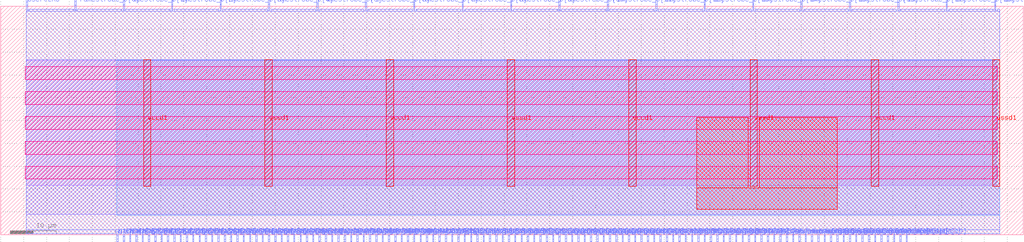
<source format=lef>
VERSION 5.7 ;
  NOWIREEXTENSIONATPIN ON ;
  DIVIDERCHAR "/" ;
  BUSBITCHARS "[]" ;
MACRO N_term_single
  CLASS BLOCK ;
  FOREIGN N_term_single ;
  ORIGIN 0.000 0.000 ;
  SIZE 223.500 BY 50.000 ;
  PIN Ci
    DIRECTION INPUT ;
    USE SIGNAL ;
    PORT
      LAYER met2 ;
        RECT 170.290 -1.500 170.570 0.800 ;
    END
  END Ci
  PIN FrameStrobe[0]
    DIRECTION INPUT ;
    USE SIGNAL ;
    ANTENNAGATEAREA 0.196500 ;
    PORT
      LAYER met2 ;
        RECT 171.670 -1.500 171.950 0.800 ;
    END
  END FrameStrobe[0]
  PIN FrameStrobe[10]
    DIRECTION INPUT ;
    USE SIGNAL ;
    ANTENNAGATEAREA 0.196500 ;
    PORT
      LAYER met2 ;
        RECT 185.470 -1.500 185.750 0.800 ;
    END
  END FrameStrobe[10]
  PIN FrameStrobe[11]
    DIRECTION INPUT ;
    USE SIGNAL ;
    ANTENNAGATEAREA 0.196500 ;
    PORT
      LAYER met2 ;
        RECT 186.850 -1.500 187.130 0.800 ;
    END
  END FrameStrobe[11]
  PIN FrameStrobe[12]
    DIRECTION INPUT ;
    USE SIGNAL ;
    ANTENNAGATEAREA 0.196500 ;
    PORT
      LAYER met2 ;
        RECT 188.230 -1.500 188.510 0.800 ;
    END
  END FrameStrobe[12]
  PIN FrameStrobe[13]
    DIRECTION INPUT ;
    USE SIGNAL ;
    ANTENNAGATEAREA 0.196500 ;
    PORT
      LAYER met2 ;
        RECT 189.610 -1.500 189.890 0.800 ;
    END
  END FrameStrobe[13]
  PIN FrameStrobe[14]
    DIRECTION INPUT ;
    USE SIGNAL ;
    ANTENNAGATEAREA 0.196500 ;
    PORT
      LAYER met2 ;
        RECT 190.990 -1.500 191.270 0.800 ;
    END
  END FrameStrobe[14]
  PIN FrameStrobe[15]
    DIRECTION INPUT ;
    USE SIGNAL ;
    ANTENNAGATEAREA 0.196500 ;
    PORT
      LAYER met2 ;
        RECT 192.370 -1.500 192.650 0.800 ;
    END
  END FrameStrobe[15]
  PIN FrameStrobe[16]
    DIRECTION INPUT ;
    USE SIGNAL ;
    ANTENNAGATEAREA 0.196500 ;
    PORT
      LAYER met2 ;
        RECT 193.750 -1.500 194.030 0.800 ;
    END
  END FrameStrobe[16]
  PIN FrameStrobe[17]
    DIRECTION INPUT ;
    USE SIGNAL ;
    ANTENNAGATEAREA 0.196500 ;
    PORT
      LAYER met2 ;
        RECT 195.130 -1.500 195.410 0.800 ;
    END
  END FrameStrobe[17]
  PIN FrameStrobe[18]
    DIRECTION INPUT ;
    USE SIGNAL ;
    ANTENNAGATEAREA 0.196500 ;
    PORT
      LAYER met2 ;
        RECT 196.510 -1.500 196.790 0.800 ;
    END
  END FrameStrobe[18]
  PIN FrameStrobe[19]
    DIRECTION INPUT ;
    USE SIGNAL ;
    ANTENNAGATEAREA 0.196500 ;
    PORT
      LAYER met2 ;
        RECT 197.890 -1.500 198.170 0.800 ;
    END
  END FrameStrobe[19]
  PIN FrameStrobe[1]
    DIRECTION INPUT ;
    USE SIGNAL ;
    ANTENNAGATEAREA 0.196500 ;
    PORT
      LAYER met2 ;
        RECT 173.050 -1.500 173.330 0.800 ;
    END
  END FrameStrobe[1]
  PIN FrameStrobe[2]
    DIRECTION INPUT ;
    USE SIGNAL ;
    ANTENNAGATEAREA 0.196500 ;
    PORT
      LAYER met2 ;
        RECT 174.430 -1.500 174.710 0.800 ;
    END
  END FrameStrobe[2]
  PIN FrameStrobe[3]
    DIRECTION INPUT ;
    USE SIGNAL ;
    ANTENNAGATEAREA 0.196500 ;
    PORT
      LAYER met2 ;
        RECT 175.810 -1.500 176.090 0.800 ;
    END
  END FrameStrobe[3]
  PIN FrameStrobe[4]
    DIRECTION INPUT ;
    USE SIGNAL ;
    ANTENNAGATEAREA 0.196500 ;
    PORT
      LAYER met2 ;
        RECT 177.190 -1.500 177.470 0.800 ;
    END
  END FrameStrobe[4]
  PIN FrameStrobe[5]
    DIRECTION INPUT ;
    USE SIGNAL ;
    ANTENNAGATEAREA 0.196500 ;
    PORT
      LAYER met2 ;
        RECT 178.570 -1.500 178.850 0.800 ;
    END
  END FrameStrobe[5]
  PIN FrameStrobe[6]
    DIRECTION INPUT ;
    USE SIGNAL ;
    ANTENNAGATEAREA 0.196500 ;
    PORT
      LAYER met2 ;
        RECT 179.950 -1.500 180.230 0.800 ;
    END
  END FrameStrobe[6]
  PIN FrameStrobe[7]
    DIRECTION INPUT ;
    USE SIGNAL ;
    ANTENNAGATEAREA 0.196500 ;
    PORT
      LAYER met2 ;
        RECT 181.330 -1.500 181.610 0.800 ;
    END
  END FrameStrobe[7]
  PIN FrameStrobe[8]
    DIRECTION INPUT ;
    USE SIGNAL ;
    ANTENNAGATEAREA 0.196500 ;
    PORT
      LAYER met2 ;
        RECT 182.710 -1.500 182.990 0.800 ;
    END
  END FrameStrobe[8]
  PIN FrameStrobe[9]
    DIRECTION INPUT ;
    USE SIGNAL ;
    ANTENNAGATEAREA 0.196500 ;
    PORT
      LAYER met2 ;
        RECT 184.090 -1.500 184.370 0.800 ;
    END
  END FrameStrobe[9]
  PIN FrameStrobe_O[0]
    DIRECTION OUTPUT TRISTATE ;
    USE SIGNAL ;
    ANTENNADIFFAREA 0.795200 ;
    PORT
      LAYER met2 ;
        RECT 16.190 49.200 16.470 51.500 ;
    END
  END FrameStrobe_O[0]
  PIN FrameStrobe_O[10]
    DIRECTION OUTPUT TRISTATE ;
    USE SIGNAL ;
    ANTENNADIFFAREA 0.795200 ;
    PORT
      LAYER met2 ;
        RECT 121.990 49.200 122.270 51.500 ;
    END
  END FrameStrobe_O[10]
  PIN FrameStrobe_O[11]
    DIRECTION OUTPUT TRISTATE ;
    USE SIGNAL ;
    ANTENNADIFFAREA 0.795200 ;
    PORT
      LAYER met2 ;
        RECT 132.570 49.200 132.850 51.500 ;
    END
  END FrameStrobe_O[11]
  PIN FrameStrobe_O[12]
    DIRECTION OUTPUT TRISTATE ;
    USE SIGNAL ;
    ANTENNADIFFAREA 0.795200 ;
    PORT
      LAYER met2 ;
        RECT 143.150 49.200 143.430 51.500 ;
    END
  END FrameStrobe_O[12]
  PIN FrameStrobe_O[13]
    DIRECTION OUTPUT TRISTATE ;
    USE SIGNAL ;
    ANTENNADIFFAREA 0.795200 ;
    PORT
      LAYER met2 ;
        RECT 153.730 49.200 154.010 51.500 ;
    END
  END FrameStrobe_O[13]
  PIN FrameStrobe_O[14]
    DIRECTION OUTPUT TRISTATE ;
    USE SIGNAL ;
    ANTENNADIFFAREA 0.795200 ;
    PORT
      LAYER met2 ;
        RECT 164.310 49.200 164.590 51.500 ;
    END
  END FrameStrobe_O[14]
  PIN FrameStrobe_O[15]
    DIRECTION OUTPUT TRISTATE ;
    USE SIGNAL ;
    ANTENNADIFFAREA 0.795200 ;
    PORT
      LAYER met2 ;
        RECT 174.890 49.200 175.170 51.500 ;
    END
  END FrameStrobe_O[15]
  PIN FrameStrobe_O[16]
    DIRECTION OUTPUT TRISTATE ;
    USE SIGNAL ;
    ANTENNADIFFAREA 0.795200 ;
    PORT
      LAYER met2 ;
        RECT 185.470 49.200 185.750 51.500 ;
    END
  END FrameStrobe_O[16]
  PIN FrameStrobe_O[17]
    DIRECTION OUTPUT TRISTATE ;
    USE SIGNAL ;
    ANTENNADIFFAREA 0.795200 ;
    PORT
      LAYER met2 ;
        RECT 196.050 49.200 196.330 51.500 ;
    END
  END FrameStrobe_O[17]
  PIN FrameStrobe_O[18]
    DIRECTION OUTPUT TRISTATE ;
    USE SIGNAL ;
    ANTENNADIFFAREA 0.795200 ;
    PORT
      LAYER met2 ;
        RECT 206.630 49.200 206.910 51.500 ;
    END
  END FrameStrobe_O[18]
  PIN FrameStrobe_O[19]
    DIRECTION OUTPUT TRISTATE ;
    USE SIGNAL ;
    ANTENNADIFFAREA 0.795200 ;
    PORT
      LAYER met2 ;
        RECT 217.210 49.200 217.490 51.500 ;
    END
  END FrameStrobe_O[19]
  PIN FrameStrobe_O[1]
    DIRECTION OUTPUT TRISTATE ;
    USE SIGNAL ;
    ANTENNADIFFAREA 0.795200 ;
    PORT
      LAYER met2 ;
        RECT 26.770 49.200 27.050 51.500 ;
    END
  END FrameStrobe_O[1]
  PIN FrameStrobe_O[2]
    DIRECTION OUTPUT TRISTATE ;
    USE SIGNAL ;
    ANTENNADIFFAREA 0.795200 ;
    PORT
      LAYER met2 ;
        RECT 37.350 49.200 37.630 51.500 ;
    END
  END FrameStrobe_O[2]
  PIN FrameStrobe_O[3]
    DIRECTION OUTPUT TRISTATE ;
    USE SIGNAL ;
    ANTENNADIFFAREA 0.795200 ;
    PORT
      LAYER met2 ;
        RECT 47.930 49.200 48.210 51.500 ;
    END
  END FrameStrobe_O[3]
  PIN FrameStrobe_O[4]
    DIRECTION OUTPUT TRISTATE ;
    USE SIGNAL ;
    ANTENNADIFFAREA 0.795200 ;
    PORT
      LAYER met2 ;
        RECT 58.510 49.200 58.790 51.500 ;
    END
  END FrameStrobe_O[4]
  PIN FrameStrobe_O[5]
    DIRECTION OUTPUT TRISTATE ;
    USE SIGNAL ;
    ANTENNADIFFAREA 0.795200 ;
    PORT
      LAYER met2 ;
        RECT 69.090 49.200 69.370 51.500 ;
    END
  END FrameStrobe_O[5]
  PIN FrameStrobe_O[6]
    DIRECTION OUTPUT TRISTATE ;
    USE SIGNAL ;
    ANTENNADIFFAREA 0.795200 ;
    PORT
      LAYER met2 ;
        RECT 79.670 49.200 79.950 51.500 ;
    END
  END FrameStrobe_O[6]
  PIN FrameStrobe_O[7]
    DIRECTION OUTPUT TRISTATE ;
    USE SIGNAL ;
    ANTENNADIFFAREA 0.795200 ;
    PORT
      LAYER met2 ;
        RECT 90.250 49.200 90.530 51.500 ;
    END
  END FrameStrobe_O[7]
  PIN FrameStrobe_O[8]
    DIRECTION OUTPUT TRISTATE ;
    USE SIGNAL ;
    ANTENNADIFFAREA 0.795200 ;
    PORT
      LAYER met2 ;
        RECT 100.830 49.200 101.110 51.500 ;
    END
  END FrameStrobe_O[8]
  PIN FrameStrobe_O[9]
    DIRECTION OUTPUT TRISTATE ;
    USE SIGNAL ;
    ANTENNADIFFAREA 0.795200 ;
    PORT
      LAYER met2 ;
        RECT 111.410 49.200 111.690 51.500 ;
    END
  END FrameStrobe_O[9]
  PIN N1END[0]
    DIRECTION INPUT ;
    USE SIGNAL ;
    ANTENNAGATEAREA 0.196500 ;
    PORT
      LAYER met2 ;
        RECT 25.390 -1.500 25.670 0.800 ;
    END
  END N1END[0]
  PIN N1END[1]
    DIRECTION INPUT ;
    USE SIGNAL ;
    ANTENNAGATEAREA 0.196500 ;
    PORT
      LAYER met2 ;
        RECT 26.770 -1.500 27.050 0.800 ;
    END
  END N1END[1]
  PIN N1END[2]
    DIRECTION INPUT ;
    USE SIGNAL ;
    ANTENNAGATEAREA 0.196500 ;
    PORT
      LAYER met2 ;
        RECT 28.150 -1.500 28.430 0.800 ;
    END
  END N1END[2]
  PIN N1END[3]
    DIRECTION INPUT ;
    USE SIGNAL ;
    ANTENNAGATEAREA 0.196500 ;
    PORT
      LAYER met2 ;
        RECT 29.530 -1.500 29.810 0.800 ;
    END
  END N1END[3]
  PIN N2END[0]
    DIRECTION INPUT ;
    USE SIGNAL ;
    ANTENNAGATEAREA 0.196500 ;
    PORT
      LAYER met2 ;
        RECT 41.950 -1.500 42.230 0.800 ;
    END
  END N2END[0]
  PIN N2END[1]
    DIRECTION INPUT ;
    USE SIGNAL ;
    ANTENNAGATEAREA 0.196500 ;
    PORT
      LAYER met2 ;
        RECT 43.330 -1.500 43.610 0.800 ;
    END
  END N2END[1]
  PIN N2END[2]
    DIRECTION INPUT ;
    USE SIGNAL ;
    ANTENNAGATEAREA 0.196500 ;
    PORT
      LAYER met2 ;
        RECT 44.710 -1.500 44.990 0.800 ;
    END
  END N2END[2]
  PIN N2END[3]
    DIRECTION INPUT ;
    USE SIGNAL ;
    ANTENNAGATEAREA 0.196500 ;
    PORT
      LAYER met2 ;
        RECT 46.090 -1.500 46.370 0.800 ;
    END
  END N2END[3]
  PIN N2END[4]
    DIRECTION INPUT ;
    USE SIGNAL ;
    ANTENNAGATEAREA 0.196500 ;
    PORT
      LAYER met2 ;
        RECT 47.470 -1.500 47.750 0.800 ;
    END
  END N2END[4]
  PIN N2END[5]
    DIRECTION INPUT ;
    USE SIGNAL ;
    ANTENNAGATEAREA 0.196500 ;
    PORT
      LAYER met2 ;
        RECT 48.850 -1.500 49.130 0.800 ;
    END
  END N2END[5]
  PIN N2END[6]
    DIRECTION INPUT ;
    USE SIGNAL ;
    ANTENNAGATEAREA 0.196500 ;
    PORT
      LAYER met2 ;
        RECT 50.230 -1.500 50.510 0.800 ;
    END
  END N2END[6]
  PIN N2END[7]
    DIRECTION INPUT ;
    USE SIGNAL ;
    ANTENNAGATEAREA 0.196500 ;
    PORT
      LAYER met2 ;
        RECT 51.610 -1.500 51.890 0.800 ;
    END
  END N2END[7]
  PIN N2MID[0]
    DIRECTION INPUT ;
    USE SIGNAL ;
    ANTENNAGATEAREA 0.196500 ;
    PORT
      LAYER met2 ;
        RECT 30.910 -1.500 31.190 0.800 ;
    END
  END N2MID[0]
  PIN N2MID[1]
    DIRECTION INPUT ;
    USE SIGNAL ;
    ANTENNAGATEAREA 0.196500 ;
    PORT
      LAYER met2 ;
        RECT 32.290 -1.500 32.570 0.800 ;
    END
  END N2MID[1]
  PIN N2MID[2]
    DIRECTION INPUT ;
    USE SIGNAL ;
    ANTENNAGATEAREA 0.196500 ;
    PORT
      LAYER met2 ;
        RECT 33.670 -1.500 33.950 0.800 ;
    END
  END N2MID[2]
  PIN N2MID[3]
    DIRECTION INPUT ;
    USE SIGNAL ;
    ANTENNAGATEAREA 0.196500 ;
    PORT
      LAYER met2 ;
        RECT 35.050 -1.500 35.330 0.800 ;
    END
  END N2MID[3]
  PIN N2MID[4]
    DIRECTION INPUT ;
    USE SIGNAL ;
    ANTENNAGATEAREA 0.196500 ;
    PORT
      LAYER met2 ;
        RECT 36.430 -1.500 36.710 0.800 ;
    END
  END N2MID[4]
  PIN N2MID[5]
    DIRECTION INPUT ;
    USE SIGNAL ;
    ANTENNAGATEAREA 0.196500 ;
    PORT
      LAYER met2 ;
        RECT 37.810 -1.500 38.090 0.800 ;
    END
  END N2MID[5]
  PIN N2MID[6]
    DIRECTION INPUT ;
    USE SIGNAL ;
    ANTENNAGATEAREA 0.196500 ;
    PORT
      LAYER met2 ;
        RECT 39.190 -1.500 39.470 0.800 ;
    END
  END N2MID[6]
  PIN N2MID[7]
    DIRECTION INPUT ;
    USE SIGNAL ;
    ANTENNAGATEAREA 0.196500 ;
    PORT
      LAYER met2 ;
        RECT 40.570 -1.500 40.850 0.800 ;
    END
  END N2MID[7]
  PIN N4END[0]
    DIRECTION INPUT ;
    USE SIGNAL ;
    ANTENNAGATEAREA 0.196500 ;
    PORT
      LAYER met2 ;
        RECT 52.990 -1.500 53.270 0.800 ;
    END
  END N4END[0]
  PIN N4END[10]
    DIRECTION INPUT ;
    USE SIGNAL ;
    ANTENNAGATEAREA 0.196500 ;
    PORT
      LAYER met2 ;
        RECT 66.790 -1.500 67.070 0.800 ;
    END
  END N4END[10]
  PIN N4END[11]
    DIRECTION INPUT ;
    USE SIGNAL ;
    ANTENNAGATEAREA 0.196500 ;
    PORT
      LAYER met2 ;
        RECT 68.170 -1.500 68.450 0.800 ;
    END
  END N4END[11]
  PIN N4END[12]
    DIRECTION INPUT ;
    USE SIGNAL ;
    ANTENNAGATEAREA 0.196500 ;
    PORT
      LAYER met2 ;
        RECT 69.550 -1.500 69.830 0.800 ;
    END
  END N4END[12]
  PIN N4END[13]
    DIRECTION INPUT ;
    USE SIGNAL ;
    ANTENNAGATEAREA 0.196500 ;
    PORT
      LAYER met2 ;
        RECT 70.930 -1.500 71.210 0.800 ;
    END
  END N4END[13]
  PIN N4END[14]
    DIRECTION INPUT ;
    USE SIGNAL ;
    ANTENNAGATEAREA 0.196500 ;
    PORT
      LAYER met2 ;
        RECT 72.310 -1.500 72.590 0.800 ;
    END
  END N4END[14]
  PIN N4END[15]
    DIRECTION INPUT ;
    USE SIGNAL ;
    ANTENNAGATEAREA 0.196500 ;
    PORT
      LAYER met2 ;
        RECT 73.690 -1.500 73.970 0.800 ;
    END
  END N4END[15]
  PIN N4END[1]
    DIRECTION INPUT ;
    USE SIGNAL ;
    ANTENNAGATEAREA 0.196500 ;
    PORT
      LAYER met2 ;
        RECT 54.370 -1.500 54.650 0.800 ;
    END
  END N4END[1]
  PIN N4END[2]
    DIRECTION INPUT ;
    USE SIGNAL ;
    ANTENNAGATEAREA 0.196500 ;
    PORT
      LAYER met2 ;
        RECT 55.750 -1.500 56.030 0.800 ;
    END
  END N4END[2]
  PIN N4END[3]
    DIRECTION INPUT ;
    USE SIGNAL ;
    ANTENNAGATEAREA 0.196500 ;
    PORT
      LAYER met2 ;
        RECT 57.130 -1.500 57.410 0.800 ;
    END
  END N4END[3]
  PIN N4END[4]
    DIRECTION INPUT ;
    USE SIGNAL ;
    ANTENNAGATEAREA 0.196500 ;
    PORT
      LAYER met2 ;
        RECT 58.510 -1.500 58.790 0.800 ;
    END
  END N4END[4]
  PIN N4END[5]
    DIRECTION INPUT ;
    USE SIGNAL ;
    ANTENNAGATEAREA 0.196500 ;
    PORT
      LAYER met2 ;
        RECT 59.890 -1.500 60.170 0.800 ;
    END
  END N4END[5]
  PIN N4END[6]
    DIRECTION INPUT ;
    USE SIGNAL ;
    ANTENNAGATEAREA 0.196500 ;
    PORT
      LAYER met2 ;
        RECT 61.270 -1.500 61.550 0.800 ;
    END
  END N4END[6]
  PIN N4END[7]
    DIRECTION INPUT ;
    USE SIGNAL ;
    ANTENNAGATEAREA 0.196500 ;
    PORT
      LAYER met2 ;
        RECT 62.650 -1.500 62.930 0.800 ;
    END
  END N4END[7]
  PIN N4END[8]
    DIRECTION INPUT ;
    USE SIGNAL ;
    ANTENNAGATEAREA 0.196500 ;
    PORT
      LAYER met2 ;
        RECT 64.030 -1.500 64.310 0.800 ;
    END
  END N4END[8]
  PIN N4END[9]
    DIRECTION INPUT ;
    USE SIGNAL ;
    ANTENNAGATEAREA 0.196500 ;
    PORT
      LAYER met2 ;
        RECT 65.410 -1.500 65.690 0.800 ;
    END
  END N4END[9]
  PIN NN4END[0]
    DIRECTION INPUT ;
    USE SIGNAL ;
    ANTENNAGATEAREA 0.196500 ;
    PORT
      LAYER met2 ;
        RECT 75.070 -1.500 75.350 0.800 ;
    END
  END NN4END[0]
  PIN NN4END[10]
    DIRECTION INPUT ;
    USE SIGNAL ;
    ANTENNAGATEAREA 0.196500 ;
    PORT
      LAYER met2 ;
        RECT 88.870 -1.500 89.150 0.800 ;
    END
  END NN4END[10]
  PIN NN4END[11]
    DIRECTION INPUT ;
    USE SIGNAL ;
    ANTENNAGATEAREA 0.196500 ;
    PORT
      LAYER met2 ;
        RECT 90.250 -1.500 90.530 0.800 ;
    END
  END NN4END[11]
  PIN NN4END[12]
    DIRECTION INPUT ;
    USE SIGNAL ;
    ANTENNAGATEAREA 0.196500 ;
    PORT
      LAYER met2 ;
        RECT 91.630 -1.500 91.910 0.800 ;
    END
  END NN4END[12]
  PIN NN4END[13]
    DIRECTION INPUT ;
    USE SIGNAL ;
    ANTENNAGATEAREA 0.196500 ;
    PORT
      LAYER met2 ;
        RECT 93.010 -1.500 93.290 0.800 ;
    END
  END NN4END[13]
  PIN NN4END[14]
    DIRECTION INPUT ;
    USE SIGNAL ;
    ANTENNAGATEAREA 0.196500 ;
    PORT
      LAYER met2 ;
        RECT 94.390 -1.500 94.670 0.800 ;
    END
  END NN4END[14]
  PIN NN4END[15]
    DIRECTION INPUT ;
    USE SIGNAL ;
    ANTENNAGATEAREA 0.196500 ;
    PORT
      LAYER met2 ;
        RECT 95.770 -1.500 96.050 0.800 ;
    END
  END NN4END[15]
  PIN NN4END[1]
    DIRECTION INPUT ;
    USE SIGNAL ;
    ANTENNAGATEAREA 0.196500 ;
    PORT
      LAYER met2 ;
        RECT 76.450 -1.500 76.730 0.800 ;
    END
  END NN4END[1]
  PIN NN4END[2]
    DIRECTION INPUT ;
    USE SIGNAL ;
    ANTENNAGATEAREA 0.196500 ;
    PORT
      LAYER met2 ;
        RECT 77.830 -1.500 78.110 0.800 ;
    END
  END NN4END[2]
  PIN NN4END[3]
    DIRECTION INPUT ;
    USE SIGNAL ;
    ANTENNAGATEAREA 0.196500 ;
    PORT
      LAYER met2 ;
        RECT 79.210 -1.500 79.490 0.800 ;
    END
  END NN4END[3]
  PIN NN4END[4]
    DIRECTION INPUT ;
    USE SIGNAL ;
    ANTENNAGATEAREA 0.196500 ;
    PORT
      LAYER met2 ;
        RECT 80.590 -1.500 80.870 0.800 ;
    END
  END NN4END[4]
  PIN NN4END[5]
    DIRECTION INPUT ;
    USE SIGNAL ;
    ANTENNAGATEAREA 0.196500 ;
    PORT
      LAYER met2 ;
        RECT 81.970 -1.500 82.250 0.800 ;
    END
  END NN4END[5]
  PIN NN4END[6]
    DIRECTION INPUT ;
    USE SIGNAL ;
    ANTENNAGATEAREA 0.196500 ;
    PORT
      LAYER met2 ;
        RECT 83.350 -1.500 83.630 0.800 ;
    END
  END NN4END[6]
  PIN NN4END[7]
    DIRECTION INPUT ;
    USE SIGNAL ;
    ANTENNAGATEAREA 0.196500 ;
    PORT
      LAYER met2 ;
        RECT 84.730 -1.500 85.010 0.800 ;
    END
  END NN4END[7]
  PIN NN4END[8]
    DIRECTION INPUT ;
    USE SIGNAL ;
    ANTENNAGATEAREA 0.196500 ;
    PORT
      LAYER met2 ;
        RECT 86.110 -1.500 86.390 0.800 ;
    END
  END NN4END[8]
  PIN NN4END[9]
    DIRECTION INPUT ;
    USE SIGNAL ;
    ANTENNAGATEAREA 0.196500 ;
    PORT
      LAYER met2 ;
        RECT 87.490 -1.500 87.770 0.800 ;
    END
  END NN4END[9]
  PIN S1BEG[0]
    DIRECTION OUTPUT TRISTATE ;
    USE SIGNAL ;
    ANTENNADIFFAREA 0.795200 ;
    PORT
      LAYER met2 ;
        RECT 97.150 -1.500 97.430 0.800 ;
    END
  END S1BEG[0]
  PIN S1BEG[1]
    DIRECTION OUTPUT TRISTATE ;
    USE SIGNAL ;
    ANTENNADIFFAREA 0.795200 ;
    PORT
      LAYER met2 ;
        RECT 98.530 -1.500 98.810 0.800 ;
    END
  END S1BEG[1]
  PIN S1BEG[2]
    DIRECTION OUTPUT TRISTATE ;
    USE SIGNAL ;
    ANTENNADIFFAREA 0.795200 ;
    PORT
      LAYER met2 ;
        RECT 99.910 -1.500 100.190 0.800 ;
    END
  END S1BEG[2]
  PIN S1BEG[3]
    DIRECTION OUTPUT TRISTATE ;
    USE SIGNAL ;
    ANTENNADIFFAREA 0.795200 ;
    PORT
      LAYER met2 ;
        RECT 101.290 -1.500 101.570 0.800 ;
    END
  END S1BEG[3]
  PIN S2BEG[0]
    DIRECTION OUTPUT TRISTATE ;
    USE SIGNAL ;
    ANTENNADIFFAREA 0.795200 ;
    PORT
      LAYER met2 ;
        RECT 113.710 -1.500 113.990 0.800 ;
    END
  END S2BEG[0]
  PIN S2BEG[1]
    DIRECTION OUTPUT TRISTATE ;
    USE SIGNAL ;
    ANTENNADIFFAREA 0.795200 ;
    PORT
      LAYER met2 ;
        RECT 115.090 -1.500 115.370 0.800 ;
    END
  END S2BEG[1]
  PIN S2BEG[2]
    DIRECTION OUTPUT TRISTATE ;
    USE SIGNAL ;
    ANTENNADIFFAREA 0.795200 ;
    PORT
      LAYER met2 ;
        RECT 116.470 -1.500 116.750 0.800 ;
    END
  END S2BEG[2]
  PIN S2BEG[3]
    DIRECTION OUTPUT TRISTATE ;
    USE SIGNAL ;
    ANTENNADIFFAREA 0.795200 ;
    PORT
      LAYER met2 ;
        RECT 117.850 -1.500 118.130 0.800 ;
    END
  END S2BEG[3]
  PIN S2BEG[4]
    DIRECTION OUTPUT TRISTATE ;
    USE SIGNAL ;
    ANTENNADIFFAREA 0.795200 ;
    PORT
      LAYER met2 ;
        RECT 119.230 -1.500 119.510 0.800 ;
    END
  END S2BEG[4]
  PIN S2BEG[5]
    DIRECTION OUTPUT TRISTATE ;
    USE SIGNAL ;
    ANTENNADIFFAREA 0.795200 ;
    PORT
      LAYER met2 ;
        RECT 120.610 -1.500 120.890 0.800 ;
    END
  END S2BEG[5]
  PIN S2BEG[6]
    DIRECTION OUTPUT TRISTATE ;
    USE SIGNAL ;
    ANTENNADIFFAREA 0.795200 ;
    PORT
      LAYER met2 ;
        RECT 121.990 -1.500 122.270 0.800 ;
    END
  END S2BEG[6]
  PIN S2BEG[7]
    DIRECTION OUTPUT TRISTATE ;
    USE SIGNAL ;
    ANTENNADIFFAREA 0.795200 ;
    PORT
      LAYER met2 ;
        RECT 123.370 -1.500 123.650 0.800 ;
    END
  END S2BEG[7]
  PIN S2BEGb[0]
    DIRECTION OUTPUT TRISTATE ;
    USE SIGNAL ;
    ANTENNADIFFAREA 0.795200 ;
    PORT
      LAYER met2 ;
        RECT 102.670 -1.500 102.950 0.800 ;
    END
  END S2BEGb[0]
  PIN S2BEGb[1]
    DIRECTION OUTPUT TRISTATE ;
    USE SIGNAL ;
    ANTENNADIFFAREA 0.795200 ;
    PORT
      LAYER met2 ;
        RECT 104.050 -1.500 104.330 0.800 ;
    END
  END S2BEGb[1]
  PIN S2BEGb[2]
    DIRECTION OUTPUT TRISTATE ;
    USE SIGNAL ;
    ANTENNADIFFAREA 0.795200 ;
    PORT
      LAYER met2 ;
        RECT 105.430 -1.500 105.710 0.800 ;
    END
  END S2BEGb[2]
  PIN S2BEGb[3]
    DIRECTION OUTPUT TRISTATE ;
    USE SIGNAL ;
    ANTENNADIFFAREA 0.795200 ;
    PORT
      LAYER met2 ;
        RECT 106.810 -1.500 107.090 0.800 ;
    END
  END S2BEGb[3]
  PIN S2BEGb[4]
    DIRECTION OUTPUT TRISTATE ;
    USE SIGNAL ;
    ANTENNADIFFAREA 0.795200 ;
    PORT
      LAYER met2 ;
        RECT 108.190 -1.500 108.470 0.800 ;
    END
  END S2BEGb[4]
  PIN S2BEGb[5]
    DIRECTION OUTPUT TRISTATE ;
    USE SIGNAL ;
    ANTENNADIFFAREA 0.795200 ;
    PORT
      LAYER met2 ;
        RECT 109.570 -1.500 109.850 0.800 ;
    END
  END S2BEGb[5]
  PIN S2BEGb[6]
    DIRECTION OUTPUT TRISTATE ;
    USE SIGNAL ;
    ANTENNADIFFAREA 0.795200 ;
    PORT
      LAYER met2 ;
        RECT 110.950 -1.500 111.230 0.800 ;
    END
  END S2BEGb[6]
  PIN S2BEGb[7]
    DIRECTION OUTPUT TRISTATE ;
    USE SIGNAL ;
    ANTENNADIFFAREA 0.795200 ;
    PORT
      LAYER met2 ;
        RECT 112.330 -1.500 112.610 0.800 ;
    END
  END S2BEGb[7]
  PIN S4BEG[0]
    DIRECTION OUTPUT TRISTATE ;
    USE SIGNAL ;
    ANTENNADIFFAREA 0.795200 ;
    PORT
      LAYER met2 ;
        RECT 124.750 -1.500 125.030 0.800 ;
    END
  END S4BEG[0]
  PIN S4BEG[10]
    DIRECTION OUTPUT TRISTATE ;
    USE SIGNAL ;
    ANTENNADIFFAREA 0.795200 ;
    PORT
      LAYER met2 ;
        RECT 138.550 -1.500 138.830 0.800 ;
    END
  END S4BEG[10]
  PIN S4BEG[11]
    DIRECTION OUTPUT TRISTATE ;
    USE SIGNAL ;
    ANTENNADIFFAREA 0.795200 ;
    PORT
      LAYER met2 ;
        RECT 139.930 -1.500 140.210 0.800 ;
    END
  END S4BEG[11]
  PIN S4BEG[12]
    DIRECTION OUTPUT TRISTATE ;
    USE SIGNAL ;
    ANTENNADIFFAREA 0.795200 ;
    PORT
      LAYER met2 ;
        RECT 141.310 -1.500 141.590 0.800 ;
    END
  END S4BEG[12]
  PIN S4BEG[13]
    DIRECTION OUTPUT TRISTATE ;
    USE SIGNAL ;
    ANTENNADIFFAREA 0.795200 ;
    PORT
      LAYER met2 ;
        RECT 142.690 -1.500 142.970 0.800 ;
    END
  END S4BEG[13]
  PIN S4BEG[14]
    DIRECTION OUTPUT TRISTATE ;
    USE SIGNAL ;
    ANTENNADIFFAREA 0.795200 ;
    PORT
      LAYER met2 ;
        RECT 144.070 -1.500 144.350 0.800 ;
    END
  END S4BEG[14]
  PIN S4BEG[15]
    DIRECTION OUTPUT TRISTATE ;
    USE SIGNAL ;
    ANTENNADIFFAREA 0.795200 ;
    PORT
      LAYER met2 ;
        RECT 145.450 -1.500 145.730 0.800 ;
    END
  END S4BEG[15]
  PIN S4BEG[1]
    DIRECTION OUTPUT TRISTATE ;
    USE SIGNAL ;
    ANTENNADIFFAREA 0.795200 ;
    PORT
      LAYER met2 ;
        RECT 126.130 -1.500 126.410 0.800 ;
    END
  END S4BEG[1]
  PIN S4BEG[2]
    DIRECTION OUTPUT TRISTATE ;
    USE SIGNAL ;
    ANTENNADIFFAREA 0.795200 ;
    PORT
      LAYER met2 ;
        RECT 127.510 -1.500 127.790 0.800 ;
    END
  END S4BEG[2]
  PIN S4BEG[3]
    DIRECTION OUTPUT TRISTATE ;
    USE SIGNAL ;
    ANTENNADIFFAREA 0.795200 ;
    PORT
      LAYER met2 ;
        RECT 128.890 -1.500 129.170 0.800 ;
    END
  END S4BEG[3]
  PIN S4BEG[4]
    DIRECTION OUTPUT TRISTATE ;
    USE SIGNAL ;
    ANTENNADIFFAREA 0.795200 ;
    PORT
      LAYER met2 ;
        RECT 130.270 -1.500 130.550 0.800 ;
    END
  END S4BEG[4]
  PIN S4BEG[5]
    DIRECTION OUTPUT TRISTATE ;
    USE SIGNAL ;
    ANTENNADIFFAREA 0.795200 ;
    PORT
      LAYER met2 ;
        RECT 131.650 -1.500 131.930 0.800 ;
    END
  END S4BEG[5]
  PIN S4BEG[6]
    DIRECTION OUTPUT TRISTATE ;
    USE SIGNAL ;
    ANTENNADIFFAREA 0.795200 ;
    PORT
      LAYER met2 ;
        RECT 133.030 -1.500 133.310 0.800 ;
    END
  END S4BEG[6]
  PIN S4BEG[7]
    DIRECTION OUTPUT TRISTATE ;
    USE SIGNAL ;
    ANTENNADIFFAREA 0.795200 ;
    PORT
      LAYER met2 ;
        RECT 134.410 -1.500 134.690 0.800 ;
    END
  END S4BEG[7]
  PIN S4BEG[8]
    DIRECTION OUTPUT TRISTATE ;
    USE SIGNAL ;
    ANTENNADIFFAREA 0.795200 ;
    PORT
      LAYER met2 ;
        RECT 135.790 -1.500 136.070 0.800 ;
    END
  END S4BEG[8]
  PIN S4BEG[9]
    DIRECTION OUTPUT TRISTATE ;
    USE SIGNAL ;
    ANTENNADIFFAREA 0.795200 ;
    PORT
      LAYER met2 ;
        RECT 137.170 -1.500 137.450 0.800 ;
    END
  END S4BEG[9]
  PIN SS4BEG[0]
    DIRECTION OUTPUT TRISTATE ;
    USE SIGNAL ;
    ANTENNADIFFAREA 0.795200 ;
    PORT
      LAYER met2 ;
        RECT 146.830 -1.500 147.110 0.800 ;
    END
  END SS4BEG[0]
  PIN SS4BEG[10]
    DIRECTION OUTPUT TRISTATE ;
    USE SIGNAL ;
    ANTENNADIFFAREA 0.795200 ;
    PORT
      LAYER met2 ;
        RECT 160.630 -1.500 160.910 0.800 ;
    END
  END SS4BEG[10]
  PIN SS4BEG[11]
    DIRECTION OUTPUT TRISTATE ;
    USE SIGNAL ;
    ANTENNADIFFAREA 0.795200 ;
    PORT
      LAYER met2 ;
        RECT 162.010 -1.500 162.290 0.800 ;
    END
  END SS4BEG[11]
  PIN SS4BEG[12]
    DIRECTION OUTPUT TRISTATE ;
    USE SIGNAL ;
    ANTENNADIFFAREA 0.795200 ;
    PORT
      LAYER met2 ;
        RECT 163.390 -1.500 163.670 0.800 ;
    END
  END SS4BEG[12]
  PIN SS4BEG[13]
    DIRECTION OUTPUT TRISTATE ;
    USE SIGNAL ;
    ANTENNADIFFAREA 0.795200 ;
    PORT
      LAYER met2 ;
        RECT 164.770 -1.500 165.050 0.800 ;
    END
  END SS4BEG[13]
  PIN SS4BEG[14]
    DIRECTION OUTPUT TRISTATE ;
    USE SIGNAL ;
    ANTENNADIFFAREA 0.795200 ;
    PORT
      LAYER met2 ;
        RECT 166.150 -1.500 166.430 0.800 ;
    END
  END SS4BEG[14]
  PIN SS4BEG[15]
    DIRECTION OUTPUT TRISTATE ;
    USE SIGNAL ;
    ANTENNADIFFAREA 0.795200 ;
    PORT
      LAYER met2 ;
        RECT 167.530 -1.500 167.810 0.800 ;
    END
  END SS4BEG[15]
  PIN SS4BEG[1]
    DIRECTION OUTPUT TRISTATE ;
    USE SIGNAL ;
    ANTENNADIFFAREA 0.795200 ;
    PORT
      LAYER met2 ;
        RECT 148.210 -1.500 148.490 0.800 ;
    END
  END SS4BEG[1]
  PIN SS4BEG[2]
    DIRECTION OUTPUT TRISTATE ;
    USE SIGNAL ;
    ANTENNADIFFAREA 0.795200 ;
    PORT
      LAYER met2 ;
        RECT 149.590 -1.500 149.870 0.800 ;
    END
  END SS4BEG[2]
  PIN SS4BEG[3]
    DIRECTION OUTPUT TRISTATE ;
    USE SIGNAL ;
    ANTENNADIFFAREA 0.795200 ;
    PORT
      LAYER met2 ;
        RECT 150.970 -1.500 151.250 0.800 ;
    END
  END SS4BEG[3]
  PIN SS4BEG[4]
    DIRECTION OUTPUT TRISTATE ;
    USE SIGNAL ;
    ANTENNADIFFAREA 0.795200 ;
    PORT
      LAYER met2 ;
        RECT 152.350 -1.500 152.630 0.800 ;
    END
  END SS4BEG[4]
  PIN SS4BEG[5]
    DIRECTION OUTPUT TRISTATE ;
    USE SIGNAL ;
    ANTENNADIFFAREA 0.795200 ;
    PORT
      LAYER met2 ;
        RECT 153.730 -1.500 154.010 0.800 ;
    END
  END SS4BEG[5]
  PIN SS4BEG[6]
    DIRECTION OUTPUT TRISTATE ;
    USE SIGNAL ;
    ANTENNADIFFAREA 0.795200 ;
    PORT
      LAYER met2 ;
        RECT 155.110 -1.500 155.390 0.800 ;
    END
  END SS4BEG[6]
  PIN SS4BEG[7]
    DIRECTION OUTPUT TRISTATE ;
    USE SIGNAL ;
    ANTENNADIFFAREA 0.795200 ;
    PORT
      LAYER met2 ;
        RECT 156.490 -1.500 156.770 0.800 ;
    END
  END SS4BEG[7]
  PIN SS4BEG[8]
    DIRECTION OUTPUT TRISTATE ;
    USE SIGNAL ;
    ANTENNADIFFAREA 0.795200 ;
    PORT
      LAYER met2 ;
        RECT 157.870 -1.500 158.150 0.800 ;
    END
  END SS4BEG[8]
  PIN SS4BEG[9]
    DIRECTION OUTPUT TRISTATE ;
    USE SIGNAL ;
    ANTENNADIFFAREA 0.795200 ;
    PORT
      LAYER met2 ;
        RECT 159.250 -1.500 159.530 0.800 ;
    END
  END SS4BEG[9]
  PIN UserCLK
    DIRECTION INPUT ;
    USE SIGNAL ;
    ANTENNAGATEAREA 0.196500 ;
    PORT
      LAYER met2 ;
        RECT 168.910 -1.500 169.190 0.800 ;
    END
  END UserCLK
  PIN UserCLKo
    DIRECTION OUTPUT TRISTATE ;
    USE SIGNAL ;
    ANTENNADIFFAREA 0.795200 ;
    PORT
      LAYER met2 ;
        RECT 5.610 49.200 5.890 51.500 ;
    END
  END UserCLKo
  PIN vccd1
    DIRECTION INOUT ;
    USE POWER ;
    PORT
      LAYER met4 ;
        RECT 31.225 10.640 32.825 38.320 ;
    END
    PORT
      LAYER met4 ;
        RECT 84.240 10.640 85.840 38.320 ;
    END
    PORT
      LAYER met4 ;
        RECT 137.255 10.640 138.855 38.320 ;
    END
    PORT
      LAYER met4 ;
        RECT 190.270 10.640 191.870 38.320 ;
    END
  END vccd1
  PIN vssd1
    DIRECTION INOUT ;
    USE GROUND ;
    PORT
      LAYER met4 ;
        RECT 57.730 10.640 59.330 38.320 ;
    END
    PORT
      LAYER met4 ;
        RECT 110.745 10.640 112.345 38.320 ;
    END
    PORT
      LAYER met4 ;
        RECT 163.760 10.640 165.360 38.320 ;
    END
    PORT
      LAYER met4 ;
        RECT 216.775 10.640 218.375 38.320 ;
    END
  END vssd1
  OBS
      LAYER nwell ;
        RECT 5.330 33.945 217.770 36.775 ;
        RECT 5.330 28.505 217.770 31.335 ;
        RECT 5.330 23.065 217.770 25.895 ;
        RECT 5.330 17.625 217.770 20.455 ;
        RECT 5.330 12.185 217.770 15.015 ;
      LAYER li1 ;
        RECT 5.520 10.795 217.580 38.165 ;
      LAYER met1 ;
        RECT 5.520 4.460 218.375 38.320 ;
      LAYER met2 ;
        RECT 6.170 48.920 15.910 49.370 ;
        RECT 16.750 48.920 26.490 49.370 ;
        RECT 27.330 48.920 37.070 49.370 ;
        RECT 37.910 48.920 47.650 49.370 ;
        RECT 48.490 48.920 58.230 49.370 ;
        RECT 59.070 48.920 68.810 49.370 ;
        RECT 69.650 48.920 79.390 49.370 ;
        RECT 80.230 48.920 89.970 49.370 ;
        RECT 90.810 48.920 100.550 49.370 ;
        RECT 101.390 48.920 111.130 49.370 ;
        RECT 111.970 48.920 121.710 49.370 ;
        RECT 122.550 48.920 132.290 49.370 ;
        RECT 133.130 48.920 142.870 49.370 ;
        RECT 143.710 48.920 153.450 49.370 ;
        RECT 154.290 48.920 164.030 49.370 ;
        RECT 164.870 48.920 174.610 49.370 ;
        RECT 175.450 48.920 185.190 49.370 ;
        RECT 186.030 48.920 195.770 49.370 ;
        RECT 196.610 48.920 206.350 49.370 ;
        RECT 207.190 48.920 216.930 49.370 ;
        RECT 217.770 48.920 218.345 49.370 ;
        RECT 5.620 1.080 218.345 48.920 ;
        RECT 5.620 0.270 25.110 1.080 ;
        RECT 25.950 0.270 26.490 1.080 ;
        RECT 27.330 0.270 27.870 1.080 ;
        RECT 28.710 0.270 29.250 1.080 ;
        RECT 30.090 0.270 30.630 1.080 ;
        RECT 31.470 0.270 32.010 1.080 ;
        RECT 32.850 0.270 33.390 1.080 ;
        RECT 34.230 0.270 34.770 1.080 ;
        RECT 35.610 0.270 36.150 1.080 ;
        RECT 36.990 0.270 37.530 1.080 ;
        RECT 38.370 0.270 38.910 1.080 ;
        RECT 39.750 0.270 40.290 1.080 ;
        RECT 41.130 0.270 41.670 1.080 ;
        RECT 42.510 0.270 43.050 1.080 ;
        RECT 43.890 0.270 44.430 1.080 ;
        RECT 45.270 0.270 45.810 1.080 ;
        RECT 46.650 0.270 47.190 1.080 ;
        RECT 48.030 0.270 48.570 1.080 ;
        RECT 49.410 0.270 49.950 1.080 ;
        RECT 50.790 0.270 51.330 1.080 ;
        RECT 52.170 0.270 52.710 1.080 ;
        RECT 53.550 0.270 54.090 1.080 ;
        RECT 54.930 0.270 55.470 1.080 ;
        RECT 56.310 0.270 56.850 1.080 ;
        RECT 57.690 0.270 58.230 1.080 ;
        RECT 59.070 0.270 59.610 1.080 ;
        RECT 60.450 0.270 60.990 1.080 ;
        RECT 61.830 0.270 62.370 1.080 ;
        RECT 63.210 0.270 63.750 1.080 ;
        RECT 64.590 0.270 65.130 1.080 ;
        RECT 65.970 0.270 66.510 1.080 ;
        RECT 67.350 0.270 67.890 1.080 ;
        RECT 68.730 0.270 69.270 1.080 ;
        RECT 70.110 0.270 70.650 1.080 ;
        RECT 71.490 0.270 72.030 1.080 ;
        RECT 72.870 0.270 73.410 1.080 ;
        RECT 74.250 0.270 74.790 1.080 ;
        RECT 75.630 0.270 76.170 1.080 ;
        RECT 77.010 0.270 77.550 1.080 ;
        RECT 78.390 0.270 78.930 1.080 ;
        RECT 79.770 0.270 80.310 1.080 ;
        RECT 81.150 0.270 81.690 1.080 ;
        RECT 82.530 0.270 83.070 1.080 ;
        RECT 83.910 0.270 84.450 1.080 ;
        RECT 85.290 0.270 85.830 1.080 ;
        RECT 86.670 0.270 87.210 1.080 ;
        RECT 88.050 0.270 88.590 1.080 ;
        RECT 89.430 0.270 89.970 1.080 ;
        RECT 90.810 0.270 91.350 1.080 ;
        RECT 92.190 0.270 92.730 1.080 ;
        RECT 93.570 0.270 94.110 1.080 ;
        RECT 94.950 0.270 95.490 1.080 ;
        RECT 96.330 0.270 96.870 1.080 ;
        RECT 97.710 0.270 98.250 1.080 ;
        RECT 99.090 0.270 99.630 1.080 ;
        RECT 100.470 0.270 101.010 1.080 ;
        RECT 101.850 0.270 102.390 1.080 ;
        RECT 103.230 0.270 103.770 1.080 ;
        RECT 104.610 0.270 105.150 1.080 ;
        RECT 105.990 0.270 106.530 1.080 ;
        RECT 107.370 0.270 107.910 1.080 ;
        RECT 108.750 0.270 109.290 1.080 ;
        RECT 110.130 0.270 110.670 1.080 ;
        RECT 111.510 0.270 112.050 1.080 ;
        RECT 112.890 0.270 113.430 1.080 ;
        RECT 114.270 0.270 114.810 1.080 ;
        RECT 115.650 0.270 116.190 1.080 ;
        RECT 117.030 0.270 117.570 1.080 ;
        RECT 118.410 0.270 118.950 1.080 ;
        RECT 119.790 0.270 120.330 1.080 ;
        RECT 121.170 0.270 121.710 1.080 ;
        RECT 122.550 0.270 123.090 1.080 ;
        RECT 123.930 0.270 124.470 1.080 ;
        RECT 125.310 0.270 125.850 1.080 ;
        RECT 126.690 0.270 127.230 1.080 ;
        RECT 128.070 0.270 128.610 1.080 ;
        RECT 129.450 0.270 129.990 1.080 ;
        RECT 130.830 0.270 131.370 1.080 ;
        RECT 132.210 0.270 132.750 1.080 ;
        RECT 133.590 0.270 134.130 1.080 ;
        RECT 134.970 0.270 135.510 1.080 ;
        RECT 136.350 0.270 136.890 1.080 ;
        RECT 137.730 0.270 138.270 1.080 ;
        RECT 139.110 0.270 139.650 1.080 ;
        RECT 140.490 0.270 141.030 1.080 ;
        RECT 141.870 0.270 142.410 1.080 ;
        RECT 143.250 0.270 143.790 1.080 ;
        RECT 144.630 0.270 145.170 1.080 ;
        RECT 146.010 0.270 146.550 1.080 ;
        RECT 147.390 0.270 147.930 1.080 ;
        RECT 148.770 0.270 149.310 1.080 ;
        RECT 150.150 0.270 150.690 1.080 ;
        RECT 151.530 0.270 152.070 1.080 ;
        RECT 152.910 0.270 153.450 1.080 ;
        RECT 154.290 0.270 154.830 1.080 ;
        RECT 155.670 0.270 156.210 1.080 ;
        RECT 157.050 0.270 157.590 1.080 ;
        RECT 158.430 0.270 158.970 1.080 ;
        RECT 159.810 0.270 160.350 1.080 ;
        RECT 161.190 0.270 161.730 1.080 ;
        RECT 162.570 0.270 163.110 1.080 ;
        RECT 163.950 0.270 164.490 1.080 ;
        RECT 165.330 0.270 165.870 1.080 ;
        RECT 166.710 0.270 167.250 1.080 ;
        RECT 168.090 0.270 168.630 1.080 ;
        RECT 169.470 0.270 170.010 1.080 ;
        RECT 170.850 0.270 171.390 1.080 ;
        RECT 172.230 0.270 172.770 1.080 ;
        RECT 173.610 0.270 174.150 1.080 ;
        RECT 174.990 0.270 175.530 1.080 ;
        RECT 176.370 0.270 176.910 1.080 ;
        RECT 177.750 0.270 178.290 1.080 ;
        RECT 179.130 0.270 179.670 1.080 ;
        RECT 180.510 0.270 181.050 1.080 ;
        RECT 181.890 0.270 182.430 1.080 ;
        RECT 183.270 0.270 183.810 1.080 ;
        RECT 184.650 0.270 185.190 1.080 ;
        RECT 186.030 0.270 186.570 1.080 ;
        RECT 187.410 0.270 187.950 1.080 ;
        RECT 188.790 0.270 189.330 1.080 ;
        RECT 190.170 0.270 190.710 1.080 ;
        RECT 191.550 0.270 192.090 1.080 ;
        RECT 192.930 0.270 193.470 1.080 ;
        RECT 194.310 0.270 194.850 1.080 ;
        RECT 195.690 0.270 196.230 1.080 ;
        RECT 197.070 0.270 197.610 1.080 ;
        RECT 198.450 0.270 218.345 1.080 ;
      LAYER met3 ;
        RECT 25.365 4.255 218.365 38.245 ;
      LAYER met4 ;
        RECT 152.095 10.240 163.360 25.665 ;
        RECT 165.760 10.240 182.785 25.665 ;
        RECT 152.095 5.615 182.785 10.240 ;
  END
END N_term_single
END LIBRARY


</source>
